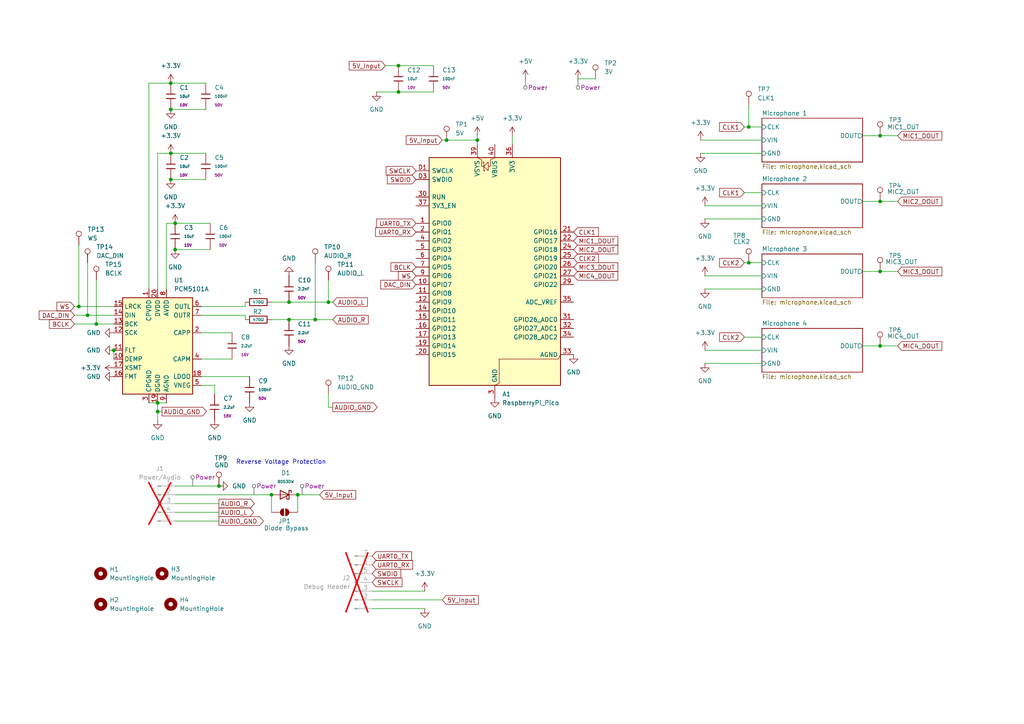
<source format=kicad_sch>
(kicad_sch (version 20250114) (generator "eeschema") (generator_version "9.0")
  (paper "A4")
  (text "Reverse Voltage Protection\n" (at 81.534 134.112 0) (effects (font (size 1.27 1.27))))
  (junction (at 45.72 116.84))
  (junction (at 50.8 72.39))
  (junction (at 217.17 76.2))
  (junction (at 49.53 44.45))
  (junction (at 25.4 91.44))
  (junction (at 255.27 100.33))
  (junction (at 83.82 92.71))
  (junction (at 33.02 101.6))
  (junction (at 78.74 143.51))
  (junction (at 115.57 26.67))
  (junction (at 50.8 64.77))
  (junction (at 115.57 19.05))
  (junction (at 22.86 88.9))
  (junction (at 217.17 36.83))
  (junction (at 86.36 143.51))
  (junction (at 83.82 87.63))
  (junction (at 255.27 39.37))
  (junction (at 95.25 87.63))
  (junction (at 138.43 40.64))
  (junction (at 49.53 24.13))
  (junction (at 255.27 78.74))
  (junction (at 255.27 58.42))
  (junction (at 49.53 52.07))
  (junction (at 63.5 140.97))
  (junction (at 49.53 31.75))
  (junction (at 27.94 93.98))
  (junction (at 45.72 119.38))
  (junction (at 91.44 92.71))
  (junction (at 129.54 40.64))
  (wire (pts (xy 95.25 114.3) (xy 95.25 118.11)))
  (wire (pts (xy 45.72 116.84) (xy 48.26 116.84)))
  (wire (pts (xy 260.35 100.33) (xy 255.27 100.33)))
  (wire (pts (xy 204.47 80.01) (xy 220.98 80.01)))
  (wire (pts (xy 217.17 36.83) (xy 220.98 36.83)))
  (wire (pts (xy 50.8 140.97) (xy 63.5 140.97)))
  (wire (pts (xy 91.44 92.71) (xy 83.82 92.71)))
  (wire (pts (xy 138.43 40.64) (xy 138.43 41.91)))
  (wire (pts (xy 58.42 91.44) (xy 71.12 91.44)))
  (wire (pts (xy 71.12 91.44) (xy 71.12 92.71)))
  (wire (pts (xy 83.82 87.63) (xy 95.25 87.63)))
  (wire (pts (xy 86.36 143.51) (xy 92.71 143.51)))
  (wire (pts (xy 255.27 100.33) (xy 250.19 100.33)))
  (wire (pts (xy 86.36 143.51) (xy 86.36 148.59)))
  (wire (pts (xy 45.72 119.38) (xy 45.72 116.84)))
  (wire (pts (xy 148.59 39.37) (xy 148.59 41.91)))
  (wire (pts (xy 21.59 88.9) (xy 22.86 88.9)))
  (wire (pts (xy 95.25 87.63) (xy 96.52 87.63)))
  (wire (pts (xy 49.53 52.07) (xy 59.69 52.07)))
  (wire (pts (xy 115.57 26.67) (xy 125.73 26.67)))
  (wire (pts (xy 45.72 83.82) (xy 45.72 44.45)))
  (wire (pts (xy 22.86 88.9) (xy 33.02 88.9)))
  (wire (pts (xy 43.18 83.82) (xy 43.18 24.13)))
  (wire (pts (xy 49.53 31.75) (xy 59.69 31.75)))
  (wire (pts (xy 58.42 88.9) (xy 71.12 88.9)))
  (wire (pts (xy 71.12 88.9) (xy 71.12 87.63)))
  (wire (pts (xy 260.35 39.37) (xy 255.27 39.37)))
  (wire (pts (xy 109.22 26.67) (xy 115.57 26.67)))
  (wire (pts (xy 95.25 81.28) (xy 95.25 87.63)))
  (wire (pts (xy 62.23 114.3) (xy 62.23 111.76)))
  (wire (pts (xy 27.94 81.28) (xy 27.94 93.98)))
  (wire (pts (xy 95.25 118.11) (xy 96.52 118.11)))
  (wire (pts (xy 203.2 40.64) (xy 220.98 40.64)))
  (wire (pts (xy 107.95 173.99) (xy 128.27 173.99)))
  (wire (pts (xy 255.27 78.74) (xy 250.19 78.74)))
  (wire (pts (xy 45.72 121.92) (xy 45.72 119.38)))
  (wire (pts (xy 25.4 76.2) (xy 25.4 91.44)))
  (wire (pts (xy 255.27 58.42) (xy 250.19 58.42)))
  (wire (pts (xy 67.31 104.14) (xy 58.42 104.14)))
  (wire (pts (xy 96.52 92.71) (xy 91.44 92.71)))
  (wire (pts (xy 255.27 39.37) (xy 250.19 39.37)))
  (wire (pts (xy 78.74 87.63) (xy 83.82 87.63)))
  (wire (pts (xy 43.18 24.13) (xy 49.53 24.13)))
  (wire (pts (xy 22.86 71.12) (xy 22.86 88.9)))
  (wire (pts (xy 204.47 83.82) (xy 220.98 83.82)))
  (wire (pts (xy 27.94 93.98) (xy 33.02 93.98)))
  (wire (pts (xy 48.26 64.77) (xy 50.8 64.77)))
  (wire (pts (xy 50.8 151.13) (xy 63.5 151.13)))
  (wire (pts (xy 215.9 55.88) (xy 220.98 55.88)))
  (wire (pts (xy 50.8 72.39) (xy 60.96 72.39)))
  (wire (pts (xy 25.4 91.44) (xy 33.02 91.44)))
  (wire (pts (xy 107.95 176.53) (xy 123.19 176.53)))
  (wire (pts (xy 50.8 143.51) (xy 78.74 143.51)))
  (wire (pts (xy 217.17 76.2) (xy 220.98 76.2)))
  (wire (pts (xy 48.26 83.82) (xy 48.26 64.77)))
  (wire (pts (xy 260.35 78.74) (xy 255.27 78.74)))
  (wire (pts (xy 21.59 93.98) (xy 27.94 93.98)))
  (wire (pts (xy 203.2 44.45) (xy 220.98 44.45)))
  (wire (pts (xy 138.43 39.37) (xy 138.43 40.64)))
  (wire (pts (xy 33.02 101.6) (xy 33.02 104.14)))
  (wire (pts (xy 43.18 116.84) (xy 45.72 116.84)))
  (wire (pts (xy 115.57 19.05) (xy 125.73 19.05)))
  (wire (pts (xy 215.9 97.79) (xy 220.98 97.79)))
  (wire (pts (xy 49.53 44.45) (xy 59.69 44.45)))
  (wire (pts (xy 50.8 64.77) (xy 60.96 64.77)))
  (wire (pts (xy 78.74 92.71) (xy 83.82 92.71)))
  (wire (pts (xy 204.47 59.69) (xy 220.98 59.69)))
  (wire (pts (xy 204.47 105.41) (xy 220.98 105.41)))
  (wire (pts (xy 260.35 58.42) (xy 255.27 58.42)))
  (wire (pts (xy 58.42 109.22) (xy 72.39 109.22)))
  (wire (pts (xy 107.95 171.45) (xy 123.19 171.45)))
  (wire (pts (xy 215.9 76.2) (xy 217.17 76.2)))
  (wire (pts (xy 50.8 146.05) (xy 63.5 146.05)))
  (wire (pts (xy 91.44 76.2) (xy 91.44 92.71)))
  (wire (pts (xy 45.72 119.38) (xy 46.99 119.38)))
  (wire (pts (xy 62.23 111.76) (xy 58.42 111.76)))
  (wire (pts (xy 111.76 19.05) (xy 115.57 19.05)))
  (wire (pts (xy 50.8 148.59) (xy 63.5 148.59)))
  (wire (pts (xy 204.47 101.6) (xy 220.98 101.6)))
  (wire (pts (xy 128.27 40.64) (xy 129.54 40.64)))
  (wire (pts (xy 45.72 44.45) (xy 49.53 44.45)))
  (wire (pts (xy 67.31 96.52) (xy 58.42 96.52)))
  (wire (pts (xy 215.9 36.83) (xy 217.17 36.83)))
  (wire (pts (xy 204.47 63.5) (xy 220.98 63.5)))
  (wire (pts (xy 129.54 40.64) (xy 138.43 40.64)))
  (wire (pts (xy 217.17 30.48) (xy 217.17 36.83)))
  (wire (pts (xy 167.64 22.86) (xy 172.72 22.86)))
  (wire (pts (xy 21.59 91.44) (xy 25.4 91.44)))
  (wire (pts (xy 49.53 24.13) (xy 59.69 24.13)))
  (wire (pts (xy 78.74 143.51) (xy 78.74 148.59)))
  (global_label "AUDIO_L" (shape output) (at 63.5 148.59 0) (property "Intersheetrefs" "${INTERSHEET_REFS}" (effects (hide yes))))
  (global_label "AUDIO_GND" (shape output) (at 46.99 119.38 0) (property "Intersheetrefs" "${INTERSHEET_REFS}" (effects (hide yes))))
  (global_label "MIC4_DOUT" (shape input) (at 260.35 100.33 0) (property "Intersheetrefs" "${INTERSHEET_REFS}" (effects (hide yes))))
  (global_label "CLK1" (shape input) (at 215.9 55.88 180) (property "Intersheetrefs" "${INTERSHEET_REFS}" (effects (hide yes))))
  (global_label "5V_Input" (shape input) (at 128.27 40.64 180) (property "Intersheetrefs" "${INTERSHEET_REFS}" (effects (hide yes))))
  (global_label "5V_Input" (shape input) (at 128.27 173.99 0) (property "Intersheetrefs" "${INTERSHEET_REFS}" (effects (hide yes))))
  (global_label "WS" (shape input) (at 21.59 88.9 180) (property "Intersheetrefs" "${INTERSHEET_REFS}" (effects (hide yes))))
  (global_label "SWCLK" (shape input) (at 107.95 168.91 0) (property "Intersheetrefs" "${INTERSHEET_REFS}" (effects (hide yes))))
  (global_label "CLK2" (shape input) (at 215.9 76.2 180) (property "Intersheetrefs" "${INTERSHEET_REFS}" (effects (hide yes))))
  (global_label "SWDIO" (shape input) (at 120.65 52.07 180) (property "Intersheetrefs" "${INTERSHEET_REFS}" (effects (hide yes))))
  (global_label "MIC1_DOUT" (shape input) (at 260.35 39.37 0) (property "Intersheetrefs" "${INTERSHEET_REFS}" (effects (hide yes))))
  (global_label "AUDIO_L" (shape input) (at 96.52 87.63 0) (property "Intersheetrefs" "${INTERSHEET_REFS}" (effects (hide yes))))
  (global_label "UART0_TX" (shape input) (at 107.95 161.29 0) (property "Intersheetrefs" "${INTERSHEET_REFS}" (effects (hide yes))))
  (global_label "MIC1_DOUT" (shape input) (at 166.37 69.85 0) (property "Intersheetrefs" "${INTERSHEET_REFS}" (effects (hide yes))))
  (global_label "BCLK" (shape input) (at 120.65 77.47 180) (property "Intersheetrefs" "${INTERSHEET_REFS}" (effects (hide yes))))
  (global_label "AUDIO_GND" (shape output) (at 63.5 151.13 0) (property "Intersheetrefs" "${INTERSHEET_REFS}" (effects (hide yes))))
  (global_label "MIC2_DOUT" (shape input) (at 260.35 58.42 0) (property "Intersheetrefs" "${INTERSHEET_REFS}" (effects (hide yes))))
  (global_label "5V_Input" (shape input) (at 92.71 143.51 0) (property "Intersheetrefs" "${INTERSHEET_REFS}" (effects (hide yes))))
  (global_label "WS" (shape input) (at 120.65 80.01 180) (property "Intersheetrefs" "${INTERSHEET_REFS}" (effects (hide yes))))
  (global_label "UART0_RX" (shape input) (at 120.65 67.31 180) (property "Intersheetrefs" "${INTERSHEET_REFS}" (effects (hide yes))))
  (global_label "MIC3_DOUT" (shape input) (at 166.37 77.47 0) (property "Intersheetrefs" "${INTERSHEET_REFS}" (effects (hide yes))))
  (global_label "SWCLK" (shape input) (at 120.65 49.53 180) (property "Intersheetrefs" "${INTERSHEET_REFS}" (effects (hide yes))))
  (global_label "CLK1" (shape input) (at 215.9 36.83 180) (property "Intersheetrefs" "${INTERSHEET_REFS}" (effects (hide yes))))
  (global_label "MIC4_DOUT" (shape input) (at 166.37 80.01 0) (property "Intersheetrefs" "${INTERSHEET_REFS}" (effects (hide yes))))
  (global_label "CLK2" (shape input) (at 215.9 97.79 180) (property "Intersheetrefs" "${INTERSHEET_REFS}" (effects (hide yes))))
  (global_label "MIC3_DOUT" (shape input) (at 260.35 78.74 0) (property "Intersheetrefs" "${INTERSHEET_REFS}" (effects (hide yes))))
  (global_label "SWDIO" (shape input) (at 107.95 166.37 0) (property "Intersheetrefs" "${INTERSHEET_REFS}" (effects (hide yes))))
  (global_label "AUDIO_GND" (shape output) (at 96.52 118.11 0) (property "Intersheetrefs" "${INTERSHEET_REFS}" (effects (hide yes))))
  (global_label "CLK2" (shape input) (at 166.37 74.93 0) (property "Intersheetrefs" "${INTERSHEET_REFS}" (effects (hide yes))))
  (global_label "UART0_TX" (shape input) (at 120.65 64.77 180) (property "Intersheetrefs" "${INTERSHEET_REFS}" (effects (hide yes))))
  (global_label "CLK1" (shape input) (at 166.37 67.31 0) (property "Intersheetrefs" "${INTERSHEET_REFS}" (effects (hide yes))))
  (global_label "5V_Input" (shape input) (at 111.76 19.05 180) (property "Intersheetrefs" "${INTERSHEET_REFS}" (effects (hide yes))))
  (global_label "AUDIO_R" (shape input) (at 96.52 92.71 0) (property "Intersheetrefs" "${INTERSHEET_REFS}" (effects (hide yes))))
  (global_label "DAC_DIN" (shape input) (at 21.59 91.44 180) (property "Intersheetrefs" "${INTERSHEET_REFS}" (effects (hide yes))))
  (global_label "BCLK" (shape input) (at 21.59 93.98 180) (property "Intersheetrefs" "${INTERSHEET_REFS}" (effects (hide yes))))
  (global_label "UART0_RX" (shape input) (at 107.95 163.83 0) (property "Intersheetrefs" "${INTERSHEET_REFS}" (effects (hide yes))))
  (global_label "MIC2_DOUT" (shape input) (at 166.37 72.39 0) (property "Intersheetrefs" "${INTERSHEET_REFS}" (effects (hide yes))))
  (global_label "AUDIO_R" (shape output) (at 63.5 146.05 0) (property "Intersheetrefs" "${INTERSHEET_REFS}" (effects (hide yes))))
  (global_label "DAC_DIN" (shape input) (at 120.65 82.55 180) (property "Intersheetrefs" "${INTERSHEET_REFS}" (effects (hide yes))))
  (netclass_flag "" (length 2.54) (shape round) (at 73.66 143.51 0) (property "Netclass" "Power" (at 74.3585 140.97 0) (effects (justify left))))
  (netclass_flag "" (length 2.54) (shape round) (at 167.64 22.86 180) (property "Netclass" "Power" (at 168.3385 25.4 0) (effects (justify left))))
  (netclass_flag "" (length 2.54) (shape round) (at 55.88 140.97 0) (property "Netclass" "Power" (at 56.5785 138.43 0) (effects (justify left))))
  (netclass_flag "" (length 2.54) (shape round) (at 152.4 22.86 180) (property "Netclass" "Power" (at 153.0985 25.4 0) (effects (justify left))))
  (netclass_flag "" (length 2.54) (shape round) (at 87.63 143.51 0) (property "Netclass" "Power" (at 88.3285 140.97 0) (effects (justify left))))
  (symbol (lib_id "Mechanical:MountingHole") (at 29.21 175.26 0) (unit 1) (in_bom no)
    (property "Reference" "H2" (at 31.75 173.9899 0) (effects (justify left)))
    (property "Value" "MountingHole" (at 31.75 176.5299 0) (effects (justify left)))
    (property "Footprint" "MountingHole:MountingHole_3mm" (effects (hide yes)))
    (property "Description" "Mounting Hole without connection" (effects (hide yes)))
  )
  (symbol (lib_id "power:+3.3V") (at 49.53 24.13 0) (unit 1)
    (property "Reference" "#PWR06" (effects (hide yes)))
    (property "Value" "+3.3V" (at 49.53 19.05 0))
    (property "Description" "Power symbol creates a global label with name \"+3.3V\"" (effects (hide yes)))
  )
  (symbol (lib_id "Connector:TestPoint") (at 217.17 76.2 0) (unit 1)
    (property "Reference" "TP8" (at 212.598 68.326 0) (effects (justify left)))
    (property "Value" "CLK2" (at 212.598 70.104 0) (effects (justify left)))
    (property "Footprint" "TestPoint:TestPoint_Pad_D2.0mm" (effects (hide yes)))
    (property "Description" "test point" (effects (hide yes)))
  )
  (symbol (lib_id "power:GND") (at 83.82 100.33 0) (unit 1)
    (property "Reference" "#PWR016" (effects (hide yes)))
    (property "Value" "GND" (at 83.82 105.41 0))
    (property "Description" "Power symbol creates a global label with name \"GND\" , ground" (effects (hide yes)))
  )
  (symbol (lib_id "PCM_JLCPCB-Capacitors:0603,100nF") (at 59.69 27.94 0) (unit 1)
    (property "Reference" "C4" (at 62.23 25.3999 0) (effects (justify left)))
    (property "Value" "100nF" (at 62.23 27.94 0) (effects (font (size 0.8 0.8)) (justify left)))
    (property "Footprint" "PCM_JLCPCB:C_0603" (effects (hide yes)))
    (property "Datasheet" "https://www.lcsc.com/datasheet/lcsc_datasheet_2211101700_YAGEO-CC0603KRX7R9BB104_C14663.pdf" (effects (hide yes)))
    (property "Description" "50V 100nF X7R ±10% 0603 Multilayer Ceramic Capacitors MLCC - SMD/SMT ROHS" (effects (hide yes)))
    (property "LCSC" "C14663" (effects (hide yes)))
    (property "Stock" "70324515" (effects (hide yes)))
    (property "Price" "0.006USD" (effects (hide yes)))
    (property "Process" "SMT" (effects (hide yes)))
    (property "Minimum Qty" "20" (effects (hide yes)))
    (property "Attrition Qty" "10" (effects (hide yes)))
    (property "Class" "Basic Component" (effects (hide yes)))
    (property "Category" "Capacitors,Multilayer Ceramic Capacitors MLCC - SMD/SMT" (effects (hide yes)))
    (property "Manufacturer" "YAGEO" (effects (hide yes)))
    (property "Part" "CC0603KRX7R9BB104" (effects (hide yes)))
    (property "Voltage Rated" "50V" (at 62.23 30.48 0) (effects (font (size 0.8 0.8)) (justify left)))
    (property "Tolerance" "±10%" (effects (hide yes)))
    (property "Capacitance" "100nF" (effects (hide yes)))
    (property "Temperature Coefficient" "X7R" (effects (hide yes)))
  )
  (symbol (lib_id "PCM_JLCPCB-Capacitors:0603,100nF") (at 72.39 113.03 0) (unit 1)
    (property "Reference" "C9" (at 74.93 110.4899 0) (effects (justify left)))
    (property "Value" "100nF" (at 74.93 113.03 0) (effects (font (size 0.8 0.8)) (justify left)))
    (property "Footprint" "PCM_JLCPCB:C_0603" (effects (hide yes)))
    (property "Datasheet" "https://www.lcsc.com/datasheet/lcsc_datasheet_2211101700_YAGEO-CC0603KRX7R9BB104_C14663.pdf" (effects (hide yes)))
    (property "Description" "50V 100nF X7R ±10% 0603 Multilayer Ceramic Capacitors MLCC - SMD/SMT ROHS" (effects (hide yes)))
    (property "LCSC" "C14663" (effects (hide yes)))
    (property "Stock" "70324515" (effects (hide yes)))
    (property "Price" "0.006USD" (effects (hide yes)))
    (property "Process" "SMT" (effects (hide yes)))
    (property "Minimum Qty" "20" (effects (hide yes)))
    (property "Attrition Qty" "10" (effects (hide yes)))
    (property "Class" "Basic Component" (effects (hide yes)))
    (property "Category" "Capacitors,Multilayer Ceramic Capacitors MLCC - SMD/SMT" (effects (hide yes)))
    (property "Manufacturer" "YAGEO" (effects (hide yes)))
    (property "Part" "CC0603KRX7R9BB104" (effects (hide yes)))
    (property "Voltage Rated" "50V" (at 74.93 115.57 0) (effects (font (size 0.8 0.8)) (justify left)))
    (property "Tolerance" "±10%" (effects (hide yes)))
    (property "Capacitance" "100nF" (effects (hide yes)))
    (property "Temperature Coefficient" "X7R" (effects (hide yes)))
  )
  (symbol (lib_id "MCU_Module:RaspberryPi_Pico_Debug") (at 143.51 80.01 0) (unit 1)
    (property "Reference" "A1" (at 145.6533 114.3 0) (effects (justify left)))
    (property "Value" "RaspberryPi_Pico" (at 145.6533 116.84 0) (effects (justify left)))
    (property "Footprint" "Module:RaspberryPi_Pico_SMD_HandSolder" (effects (hide yes)))
    (property "Datasheet" "https://datasheets.raspberrypi.com/pico/pico-datasheet.pdf" (effects (hide yes)))
    (property "Description" "Versatile and inexpensive microcontroller module (with debug pins) powered by RP2040 dual-core Arm Cortex-M0+ processor up to 133 MHz, 264kB SRAM, 2MB QSPI flash; also supports Raspberry Pi Pico 2" (effects (hide yes)))
  )
  (symbol (lib_id "Connector:TestPoint") (at 255.27 39.37 0) (unit 1)
    (property "Reference" "TP3" (at 257.81 34.7979 0) (effects (justify left)))
    (property "Value" "MIC1_OUT" (at 257.302 36.83 0) (effects (justify left)))
    (property "Footprint" "TestPoint:TestPoint_Pad_D2.0mm" (effects (hide yes)))
    (property "Description" "test point" (effects (hide yes)))
  )
  (symbol (lib_id "PCM_JLCPCB-Resistors:0603,470Ω") (at 74.93 87.63 90) (unit 1)
    (property "Reference" "R1" (at 74.676 84.582 90))
    (property "Value" "470Ω" (at 74.93 87.63 90) (effects (font (size 0.8 0.8))))
    (property "Footprint" "PCM_JLCPCB:R_0603" (effects (hide yes)))
    (property "Datasheet" "https://www.lcsc.com/datasheet/lcsc_datasheet_2206010116_UNI-ROYAL-Uniroyal-Elec-0603WAF4700T5E_C23179.pdf" (effects (hide yes)))
    (property "Description" "100mW Thick Film Resistors 75V ±100ppm/°C ±1% 470Ω 0603 Chip Resistor - Surface Mount ROHS" (effects (hide yes)))
    (property "LCSC" "C23179" (effects (hide yes)))
    (property "Stock" "3910258" (effects (hide yes)))
    (property "Price" "0.004USD" (effects (hide yes)))
    (property "Process" "SMT" (effects (hide yes)))
    (property "Minimum Qty" "20" (effects (hide yes)))
    (property "Attrition Qty" "10" (effects (hide yes)))
    (property "Class" "Basic Component" (effects (hide yes)))
    (property "Category" "Resistors,Chip Resistor - Surface Mount" (effects (hide yes)))
    (property "Manufacturer" "UNI-ROYAL(Uniroyal Elec)" (effects (hide yes)))
    (property "Part" "0603WAF4700T5E" (effects (hide yes)))
    (property "Resistance" "470Ω" (effects (hide yes)))
    (property "Power(Watts)" "100mW" (effects (hide yes)))
    (property "Type" "Thick Film Resistors" (effects (hide yes)))
    (property "Overload Voltage (Max)" "75V" (effects (hide yes)))
    (property "Operating Temperature Range" "-55°C~+155°C" (effects (hide yes)))
    (property "Tolerance" "±1%" (effects (hide yes)))
    (property "Temperature Coefficient" "±100ppm/°C" (effects (hide yes)))
  )
  (symbol (lib_id "power:GND") (at 33.02 109.22 270) (unit 1)
    (property "Reference" "#PWR04" (effects (hide yes)))
    (property "Value" "GND" (at 29.21 109.2199 90) (effects (justify right)))
    (property "Description" "Power symbol creates a global label with name \"GND\" , ground" (effects (hide yes)))
  )
  (symbol (lib_id "PCM_JLCPCB-Capacitors:0603,10uF") (at 50.8 68.58 0) (unit 1)
    (property "Reference" "C3" (at 53.34 66.0399 0) (effects (justify left)))
    (property "Value" "10uF" (at 53.34 68.58 0) (effects (font (size 0.8 0.8)) (justify left)))
    (property "Footprint" "PCM_JLCPCB:C_0603" (effects (hide yes)))
    (property "Datasheet" "https://www.lcsc.com/datasheet/lcsc_datasheet_2304140030_Samsung-Electro-Mechanics-CL10A106KP8NNNC_C19702.pdf" (effects (hide yes)))
    (property "Description" "10V 10uF X5R ±10% 0603 Multilayer Ceramic Capacitors MLCC - SMD/SMT ROHS" (effects (hide yes)))
    (property "LCSC" "C19702" (effects (hide yes)))
    (property "Stock" "9881407" (effects (hide yes)))
    (property "Price" "0.009USD" (effects (hide yes)))
    (property "Process" "SMT" (effects (hide yes)))
    (property "Minimum Qty" "20" (effects (hide yes)))
    (property "Attrition Qty" "10" (effects (hide yes)))
    (property "Class" "Basic Component" (effects (hide yes)))
    (property "Category" "Capacitors,Multilayer Ceramic Capacitors MLCC - SMD/SMT" (effects (hide yes)))
    (property "Manufacturer" "Samsung Electro-Mechanics" (effects (hide yes)))
    (property "Part" "CL10A106KP8NNNC" (effects (hide yes)))
    (property "Voltage Rated" "10V" (at 53.34 71.12 0) (effects (font (size 0.8 0.8)) (justify left)))
    (property "Tolerance" "±10%" (effects (hide yes)))
    (property "Capacitance" "10uF" (effects (hide yes)))
    (property "Temperature Coefficient" "X5R" (effects (hide yes)))
  )
  (symbol (lib_id "power:GND") (at 204.47 63.5 0) (unit 1)
    (property "Reference" "#PWR029" (effects (hide yes)))
    (property "Value" "GND" (at 204.47 68.58 0))
    (property "Description" "Power symbol creates a global label with name \"GND\" , ground" (effects (hide yes)))
  )
  (symbol (lib_id "PCM_JLCPCB-Capacitors:0603,100nF") (at 59.69 48.26 0) (unit 1)
    (property "Reference" "C5" (at 62.23 45.7199 0) (effects (justify left)))
    (property "Value" "100nF" (at 62.23 48.26 0) (effects (font (size 0.8 0.8)) (justify left)))
    (property "Footprint" "PCM_JLCPCB:C_0603" (effects (hide yes)))
    (property "Datasheet" "https://www.lcsc.com/datasheet/lcsc_datasheet_2211101700_YAGEO-CC0603KRX7R9BB104_C14663.pdf" (effects (hide yes)))
    (property "Description" "50V 100nF X7R ±10% 0603 Multilayer Ceramic Capacitors MLCC - SMD/SMT ROHS" (effects (hide yes)))
    (property "LCSC" "C14663" (effects (hide yes)))
    (property "Stock" "70324515" (effects (hide yes)))
    (property "Price" "0.006USD" (effects (hide yes)))
    (property "Process" "SMT" (effects (hide yes)))
    (property "Minimum Qty" "20" (effects (hide yes)))
    (property "Attrition Qty" "10" (effects (hide yes)))
    (property "Class" "Basic Component" (effects (hide yes)))
    (property "Category" "Capacitors,Multilayer Ceramic Capacitors MLCC - SMD/SMT" (effects (hide yes)))
    (property "Manufacturer" "YAGEO" (effects (hide yes)))
    (property "Part" "CC0603KRX7R9BB104" (effects (hide yes)))
    (property "Voltage Rated" "50V" (at 62.23 50.8 0) (effects (font (size 0.8 0.8)) (justify left)))
    (property "Tolerance" "±10%" (effects (hide yes)))
    (property "Capacitance" "100nF" (effects (hide yes)))
    (property "Temperature Coefficient" "X7R" (effects (hide yes)))
  )
  (symbol (lib_id "PCM_JLCPCB-Diodes:Schottky,B0530W") (at 82.55 143.51 90) (unit 1)
    (property "Reference" "D1" (at 82.8675 137.16 90))
    (property "Value" "B0530W" (at 82.8675 139.7 90) (effects (font (size 0.8 0.8))))
    (property "Footprint" "PCM_JLCPCB:D_SOD-123" (effects (hide yes)))
    (property "Datasheet" "https://wmsc.lcsc.com/wmsc/upload/file/pdf/v2/lcsc/2401290450_hongjiacheng-B0530W_C7502708.pdf" (effects (hide yes)))
    (property "Description" "30V Independent Type 500mA 430mV@500mA SOD-123 Schottky Diodes ROHS" (effects (hide yes)))
    (property "LCSC" "C7502708" (effects (hide yes)))
    (property "Stock" "46260" (effects (hide yes)))
    (property "Price" "0.019USD" (effects (hide yes)))
    (property "Process" "SMT" (effects (hide yes)))
    (property "Minimum Qty" "15" (effects (hide yes)))
    (property "Attrition Qty" "4" (effects (hide yes)))
    (property "Class" "Preferred Component" (effects (hide yes)))
    (property "Category" "Diodes,Schottky Barrier Diodes (SBD)" (effects (hide yes)))
    (property "Manufacturer" "hongjiacheng" (effects (hide yes)))
    (property "Part" "B0530W" (effects (hide yes)))
  )
  (symbol (lib_id "PCM_JLCPCB-Capacitors:0603,2.2nF") (at 83.82 83.82 0) (unit 1)
    (property "Reference" "C10" (at 86.36 81.2799 0) (effects (justify left)))
    (property "Value" "2.2nF" (at 86.36 83.82 0) (effects (font (size 0.8 0.8)) (justify left)))
    (property "Footprint" "PCM_JLCPCB:C_0603" (effects (hide yes)))
    (property "Datasheet" "https://www.lcsc.com/datasheet/lcsc_datasheet_2304140030_FH--Guangdong-Fenghua-Advanced-Tech-0603B222K500NT_C1604.pdf" (effects (hide yes)))
    (property "Description" "50V 2.2nF X7R ±10% 0603 Multilayer Ceramic Capacitors MLCC - SMD/SMT ROHS" (effects (hide yes)))
    (property "LCSC" "C1604" (effects (hide yes)))
    (property "Stock" "619350" (effects (hide yes)))
    (property "Price" "0.006USD" (effects (hide yes)))
    (property "Process" "SMT" (effects (hide yes)))
    (property "Minimum Qty" "20" (effects (hide yes)))
    (property "Attrition Qty" "10" (effects (hide yes)))
    (property "Class" "Basic Component" (effects (hide yes)))
    (property "Category" "Capacitors,Multilayer Ceramic Capacitors MLCC - SMD/SMT" (effects (hide yes)))
    (property "Manufacturer" "FH(Guangdong Fenghua Advanced Tech)" (effects (hide yes)))
    (property "Part" "0603B222K500NT" (effects (hide yes)))
    (property "Voltage Rated" "50V" (at 86.36 86.36 0) (effects (font (size 0.8 0.8)) (justify left)))
    (property "Tolerance" "±10%" (effects (hide yes)))
    (property "Capacitance" "2.2nF" (effects (hide yes)))
    (property "Temperature Coefficient" "X7R" (effects (hide yes)))
  )
  (symbol (lib_id "Connector:TestPoint") (at 95.25 114.3 0) (unit 1)
    (property "Reference" "TP12" (at 97.79 109.7279 0) (effects (justify left)))
    (property "Value" "AUDIO_GND" (at 97.79 112.2679 0) (effects (justify left)))
    (property "Footprint" "TestPoint:TestPoint_Pad_D2.0mm" (effects (hide yes)))
    (property "Description" "test point" (effects (hide yes)))
  )
  (symbol (lib_id "Connector:TestPoint") (at 91.44 76.2 0) (unit 1)
    (property "Reference" "TP10" (at 93.98 71.6279 0) (effects (justify left)))
    (property "Value" "AUDIO_R" (at 93.98 74.1679 0) (effects (justify left)))
    (property "Footprint" "TestPoint:TestPoint_Pad_D2.0mm" (effects (hide yes)))
    (property "Description" "test point" (effects (hide yes)))
  )
  (symbol (lib_id "power:+3.3V") (at 204.47 80.01 0) (unit 1)
    (property "Reference" "#PWR030" (effects (hide yes)))
    (property "Value" "+3.3V" (at 204.47 74.93 0))
    (property "Description" "Power symbol creates a global label with name \"+3.3V\"" (effects (hide yes)))
  )
  (symbol (lib_id "Jumper:SolderJumper_2_Open") (at 82.55 148.59 0) (unit 1) (in_bom no)
    (property "Reference" "JP1" (at 82.55 151.13 0))
    (property "Value" "Diode Bypass" (at 83.058 153.162 0))
    (property "Footprint" "Jumper:SolderJumper-2_P1.3mm_Open_RoundedPad1.0x1.5mm" (effects (hide yes)))
    (property "Description" "Solder Jumper, 2-pole, open" (effects (hide yes)))
  )
  (symbol (lib_id "Connector:TestPoint") (at 95.25 81.28 0) (unit 1)
    (property "Reference" "TP11" (at 97.79 76.7079 0) (effects (justify left)))
    (property "Value" "AUDIO_L" (at 97.79 79.2479 0) (effects (justify left)))
    (property "Footprint" "TestPoint:TestPoint_Pad_D2.0mm" (effects (hide yes)))
    (property "Description" "test point" (effects (hide yes)))
  )
  (symbol (lib_id "power:GND") (at 49.53 31.75 0) (unit 1)
    (property "Reference" "#PWR07" (effects (hide yes)))
    (property "Value" "GND" (at 49.53 36.83 0))
    (property "Description" "Power symbol creates a global label with name \"GND\" , ground" (effects (hide yes)))
  )
  (symbol (lib_id "power:GND") (at 72.39 116.84 0) (unit 1)
    (property "Reference" "#PWR014" (effects (hide yes)))
    (property "Value" "GND" (at 72.39 121.92 0))
    (property "Description" "Power symbol creates a global label with name \"GND\" , ground" (effects (hide yes)))
  )
  (symbol (lib_id "Connector:TestPoint") (at 255.27 58.42 0) (unit 1)
    (property "Reference" "TP4" (at 257.81 53.8479 0) (effects (justify left)))
    (property "Value" "MIC2_OUT" (at 257.302 55.626 0) (effects (justify left)))
    (property "Footprint" "TestPoint:TestPoint_Pad_D2.0mm" (effects (hide yes)))
    (property "Description" "test point" (effects (hide yes)))
  )
  (symbol (lib_id "power:GND") (at 33.02 101.6 270) (unit 1)
    (property "Reference" "#PWR02" (effects (hide yes)))
    (property "Value" "GND" (at 29.21 101.5999 90) (effects (justify right)))
    (property "Description" "Power symbol creates a global label with name \"GND\" , ground" (effects (hide yes)))
  )
  (symbol (lib_id "PCM_JLCPCB-Capacitors:0603,100nF") (at 125.73 22.86 0) (unit 1)
    (property "Reference" "C13" (at 128.27 20.3199 0) (effects (justify left)))
    (property "Value" "100nF" (at 128.27 22.86 0) (effects (font (size 0.8 0.8)) (justify left)))
    (property "Footprint" "PCM_JLCPCB:C_0603" (effects (hide yes)))
    (property "Datasheet" "https://www.lcsc.com/datasheet/lcsc_datasheet_2211101700_YAGEO-CC0603KRX7R9BB104_C14663.pdf" (effects (hide yes)))
    (property "Description" "50V 100nF X7R ±10% 0603 Multilayer Ceramic Capacitors MLCC - SMD/SMT ROHS" (effects (hide yes)))
    (property "LCSC" "C14663" (effects (hide yes)))
    (property "Stock" "70324515" (effects (hide yes)))
    (property "Price" "0.006USD" (effects (hide yes)))
    (property "Process" "SMT" (effects (hide yes)))
    (property "Minimum Qty" "20" (effects (hide yes)))
    (property "Attrition Qty" "10" (effects (hide yes)))
    (property "Class" "Basic Component" (effects (hide yes)))
    (property "Category" "Capacitors,Multilayer Ceramic Capacitors MLCC - SMD/SMT" (effects (hide yes)))
    (property "Manufacturer" "YAGEO" (effects (hide yes)))
    (property "Part" "CC0603KRX7R9BB104" (effects (hide yes)))
    (property "Voltage Rated" "50V" (at 128.27 25.4 0) (effects (font (size 0.8 0.8)) (justify left)))
    (property "Tolerance" "±10%" (effects (hide yes)))
    (property "Capacitance" "100nF" (effects (hide yes)))
    (property "Temperature Coefficient" "X7R" (effects (hide yes)))
  )
  (symbol (lib_id "power:GND") (at 143.51 115.57 0) (unit 1)
    (property "Reference" "#PWR021" (effects (hide yes)))
    (property "Value" "GND" (at 143.51 120.65 0))
    (property "Description" "Power symbol creates a global label with name \"GND\" , ground" (effects (hide yes)))
  )
  (symbol (lib_id "power:GND") (at 203.2 44.45 0) (unit 1)
    (property "Reference" "#PWR027" (effects (hide yes)))
    (property "Value" "GND" (at 203.2 49.53 0))
    (property "Description" "Power symbol creates a global label with name \"GND\" , ground" (effects (hide yes)))
  )
  (symbol (lib_id "power:GND") (at 83.82 80.01 180) (unit 1)
    (property "Reference" "#PWR015" (effects (hide yes)))
    (property "Value" "GND" (at 83.82 74.93 0))
    (property "Description" "Power symbol creates a global label with name \"GND\" , ground" (effects (hide yes)))
  )
  (symbol (lib_id "Connector:TestPoint") (at 129.54 40.64 0) (unit 1)
    (property "Reference" "TP1" (at 132.08 36.0679 0) (effects (justify left)))
    (property "Value" "5V" (at 132.08 38.6079 0) (effects (justify left)))
    (property "Footprint" "TestPoint:TestPoint_Pad_D2.0mm" (effects (hide yes)))
    (property "Description" "test point" (effects (hide yes)))
  )
  (symbol (lib_id "PCM_JLCPCB-Capacitors:0603,10uF") (at 49.53 27.94 0) (unit 1)
    (property "Reference" "C1" (at 52.07 25.3999 0) (effects (justify left)))
    (property "Value" "10uF" (at 52.07 27.94 0) (effects (font (size 0.8 0.8)) (justify left)))
    (property "Footprint" "PCM_JLCPCB:C_0603" (effects (hide yes)))
    (property "Datasheet" "https://www.lcsc.com/datasheet/lcsc_datasheet_2304140030_Samsung-Electro-Mechanics-CL10A106KP8NNNC_C19702.pdf" (effects (hide yes)))
    (property "Description" "10V 10uF X5R ±10% 0603 Multilayer Ceramic Capacitors MLCC - SMD/SMT ROHS" (effects (hide yes)))
    (property "LCSC" "C19702" (effects (hide yes)))
    (property "Stock" "9881407" (effects (hide yes)))
    (property "Price" "0.009USD" (effects (hide yes)))
    (property "Process" "SMT" (effects (hide yes)))
    (property "Minimum Qty" "20" (effects (hide yes)))
    (property "Attrition Qty" "10" (effects (hide yes)))
    (property "Class" "Basic Component" (effects (hide yes)))
    (property "Category" "Capacitors,Multilayer Ceramic Capacitors MLCC - SMD/SMT" (effects (hide yes)))
    (property "Manufacturer" "Samsung Electro-Mechanics" (effects (hide yes)))
    (property "Part" "CL10A106KP8NNNC" (effects (hide yes)))
    (property "Voltage Rated" "10V" (at 52.07 30.48 0) (effects (font (size 0.8 0.8)) (justify left)))
    (property "Tolerance" "±10%" (effects (hide yes)))
    (property "Capacitance" "10uF" (effects (hide yes)))
    (property "Temperature Coefficient" "X5R" (effects (hide yes)))
  )
  (symbol (lib_id "power:GND") (at 123.19 176.53 0) (unit 1)
    (property "Reference" "#PWR019" (effects (hide yes)))
    (property "Value" "GND" (at 123.19 181.61 0))
    (property "Description" "Power symbol creates a global label with name \"GND\" , ground" (effects (hide yes)))
  )
  (symbol (lib_id "power:GND") (at 33.02 96.52 270) (unit 1)
    (property "Reference" "#PWR01" (effects (hide yes)))
    (property "Value" "GND" (at 29.21 96.5199 90) (effects (justify right)))
    (property "Description" "Power symbol creates a global label with name \"GND\" , ground" (effects (hide yes)))
  )
  (symbol (lib_id "Connector:TestPoint") (at 217.17 30.48 0) (unit 1)
    (property "Reference" "TP7" (at 219.71 25.9079 0) (effects (justify left)))
    (property "Value" "CLK1" (at 219.71 28.4479 0) (effects (justify left)))
    (property "Footprint" "TestPoint:TestPoint_Pad_D2.0mm" (effects (hide yes)))
    (property "Description" "test point" (effects (hide yes)))
  )
  (symbol (lib_id "power:+3.3V") (at 33.02 106.68 90) (unit 1)
    (property "Reference" "#PWR03" (effects (hide yes)))
    (property "Value" "+3.3V" (at 29.21 106.6799 90) (effects (justify left)))
    (property "Description" "Power symbol creates a global label with name \"+3.3V\"" (effects (hide yes)))
  )
  (symbol (lib_id "Connector:Conn_01x05_Pin") (at 45.72 146.05 0) (unit 1) (dnp yes)
    (property "Reference" "J1" (at 46.355 135.89 0))
    (property "Value" "Power/Audio" (at 46.355 138.43 0))
    (property "Footprint" "Connector_PinHeader_2.54mm:PinHeader_1x05_P2.54mm_Vertical" (effects (hide yes)))
    (property "Description" "Generic connector, single row, 01x05, script generated" (effects (hide yes)))
  )
  (symbol (lib_id "Mechanical:MountingHole") (at 46.99 166.37 0) (unit 1) (in_bom no)
    (property "Reference" "H3" (at 49.53 165.0999 0) (effects (justify left)))
    (property "Value" "MountingHole" (at 49.53 167.6399 0) (effects (justify left)))
    (property "Footprint" "MountingHole:MountingHole_3mm" (effects (hide yes)))
    (property "Description" "Mounting Hole without connection" (effects (hide yes)))
  )
  (symbol (lib_id "power:+3.3V") (at 204.47 59.69 0) (unit 1)
    (property "Reference" "#PWR028" (effects (hide yes)))
    (property "Value" "+3.3V" (at 204.47 54.61 0))
    (property "Description" "Power symbol creates a global label with name \"+3.3V\"" (effects (hide yes)))
  )
  (symbol (lib_id "Mechanical:MountingHole") (at 29.21 166.37 0) (unit 1) (in_bom no)
    (property "Reference" "H1" (at 31.75 165.0999 0) (effects (justify left)))
    (property "Value" "MountingHole" (at 31.75 167.6399 0) (effects (justify left)))
    (property "Footprint" "MountingHole:MountingHole_3mm" (effects (hide yes)))
    (property "Description" "Mounting Hole without connection" (effects (hide yes)))
  )
  (symbol (lib_id "power:GND") (at 109.22 26.67 0) (unit 1)
    (property "Reference" "#PWR017" (effects (hide yes)))
    (property "Value" "GND" (at 109.22 31.75 0))
    (property "Description" "Power symbol creates a global label with name \"GND\" , ground" (effects (hide yes)))
  )
  (symbol (lib_id "power:GND") (at 49.53 52.07 0) (unit 1)
    (property "Reference" "#PWR09" (effects (hide yes)))
    (property "Value" "GND" (at 49.53 57.15 0))
    (property "Description" "Power symbol creates a global label with name \"GND\" , ground" (effects (hide yes)))
  )
  (symbol (lib_id "Connector:TestPoint") (at 255.27 100.33 0) (unit 1)
    (property "Reference" "TP6" (at 257.81 95.7579 0) (effects (justify left)))
    (property "Value" "MIC4_OUT" (at 257.302 97.536 0) (effects (justify left)))
    (property "Footprint" "TestPoint:TestPoint_Pad_D2.0mm" (effects (hide yes)))
    (property "Description" "test point" (effects (hide yes)))
  )
  (symbol (lib_id "power:+5V") (at 138.43 39.37 0) (unit 1)
    (property "Reference" "#PWR020" (effects (hide yes)))
    (property "Value" "+5V" (at 138.43 34.29 0))
    (property "Description" "Power symbol creates a global label with name \"+5V\"" (effects (hide yes)))
  )
  (symbol (lib_id "power:GND") (at 204.47 83.82 0) (unit 1)
    (property "Reference" "#PWR031" (effects (hide yes)))
    (property "Value" "GND" (at 204.47 88.9 0))
    (property "Description" "Power symbol creates a global label with name \"GND\" , ground" (effects (hide yes)))
  )
  (symbol (lib_id "PCM_JLCPCB-Capacitors:0603,10uF") (at 115.57 22.86 0) (unit 1)
    (property "Reference" "C12" (at 118.11 20.3199 0) (effects (justify left)))
    (property "Value" "10uF" (at 118.11 22.86 0) (effects (font (size 0.8 0.8)) (justify left)))
    (property "Footprint" "PCM_JLCPCB:C_0603" (effects (hide yes)))
    (property "Datasheet" "https://www.lcsc.com/datasheet/lcsc_datasheet_2304140030_Samsung-Electro-Mechanics-CL10A106KP8NNNC_C19702.pdf" (effects (hide yes)))
    (property "Description" "10V 10uF X5R ±10% 0603 Multilayer Ceramic Capacitors MLCC - SMD/SMT ROHS" (effects (hide yes)))
    (property "LCSC" "C19702" (effects (hide yes)))
    (property "Stock" "9881407" (effects (hide yes)))
    (property "Price" "0.009USD" (effects (hide yes)))
    (property "Process" "SMT" (effects (hide yes)))
    (property "Minimum Qty" "20" (effects (hide yes)))
    (property "Attrition Qty" "10" (effects (hide yes)))
    (property "Class" "Basic Component" (effects (hide yes)))
    (property "Category" "Capacitors,Multilayer Ceramic Capacitors MLCC - SMD/SMT" (effects (hide yes)))
    (property "Manufacturer" "Samsung Electro-Mechanics" (effects (hide yes)))
    (property "Part" "CL10A106KP8NNNC" (effects (hide yes)))
    (property "Voltage Rated" "10V" (at 118.11 25.4 0) (effects (font (size 0.8 0.8)) (justify left)))
    (property "Tolerance" "±10%" (effects (hide yes)))
    (property "Capacitance" "10uF" (effects (hide yes)))
    (property "Temperature Coefficient" "X5R" (effects (hide yes)))
  )
  (symbol (lib_id "power:+3.3V") (at 50.8 64.77 0) (unit 1)
    (property "Reference" "#PWR010" (effects (hide yes)))
    (property "Value" "+3.3V" (at 50.8 59.69 0))
    (property "Description" "Power symbol creates a global label with name \"+3.3V\"" (effects (hide yes)))
  )
  (symbol (lib_id "PCM_JLCPCB-Capacitors:0603,100nF") (at 60.96 68.58 0) (unit 1)
    (property "Reference" "C6" (at 63.5 66.0399 0) (effects (justify left)))
    (property "Value" "100nF" (at 63.5 68.58 0) (effects (font (size 0.8 0.8)) (justify left)))
    (property "Footprint" "PCM_JLCPCB:C_0603" (effects (hide yes)))
    (property "Datasheet" "https://www.lcsc.com/datasheet/lcsc_datasheet_2211101700_YAGEO-CC0603KRX7R9BB104_C14663.pdf" (effects (hide yes)))
    (property "Description" "50V 100nF X7R ±10% 0603 Multilayer Ceramic Capacitors MLCC - SMD/SMT ROHS" (effects (hide yes)))
    (property "LCSC" "C14663" (effects (hide yes)))
    (property "Stock" "70324515" (effects (hide yes)))
    (property "Price" "0.006USD" (effects (hide yes)))
    (property "Process" "SMT" (effects (hide yes)))
    (property "Minimum Qty" "20" (effects (hide yes)))
    (property "Attrition Qty" "10" (effects (hide yes)))
    (property "Class" "Basic Component" (effects (hide yes)))
    (property "Category" "Capacitors,Multilayer Ceramic Capacitors MLCC - SMD/SMT" (effects (hide yes)))
    (property "Manufacturer" "YAGEO" (effects (hide yes)))
    (property "Part" "CC0603KRX7R9BB104" (effects (hide yes)))
    (property "Voltage Rated" "50V" (at 63.5 71.12 0) (effects (font (size 0.8 0.8)) (justify left)))
    (property "Tolerance" "±10%" (effects (hide yes)))
    (property "Capacitance" "100nF" (effects (hide yes)))
    (property "Temperature Coefficient" "X7R" (effects (hide yes)))
  )
  (symbol (lib_id "PCM_JLCPCB-Resistors:0603,470Ω") (at 74.93 92.71 90) (unit 1)
    (property "Reference" "R2" (at 74.676 90.424 90))
    (property "Value" "470Ω" (at 74.93 92.71 90) (effects (font (size 0.8 0.8))))
    (property "Footprint" "PCM_JLCPCB:R_0603" (effects (hide yes)))
    (property "Datasheet" "https://www.lcsc.com/datasheet/lcsc_datasheet_2206010116_UNI-ROYAL-Uniroyal-Elec-0603WAF4700T5E_C23179.pdf" (effects (hide yes)))
    (property "Description" "100mW Thick Film Resistors 75V ±100ppm/°C ±1% 470Ω 0603 Chip Resistor - Surface Mount ROHS" (effects (hide yes)))
    (property "LCSC" "C23179" (effects (hide yes)))
    (property "Stock" "3910258" (effects (hide yes)))
    (property "Price" "0.004USD" (effects (hide yes)))
    (property "Process" "SMT" (effects (hide yes)))
    (property "Minimum Qty" "20" (effects (hide yes)))
    (property "Attrition Qty" "10" (effects (hide yes)))
    (property "Class" "Basic Component" (effects (hide yes)))
    (property "Category" "Resistors,Chip Resistor - Surface Mount" (effects (hide yes)))
    (property "Manufacturer" "UNI-ROYAL(Uniroyal Elec)" (effects (hide yes)))
    (property "Part" "0603WAF4700T5E" (effects (hide yes)))
    (property "Resistance" "470Ω" (effects (hide yes)))
    (property "Power(Watts)" "100mW" (effects (hide yes)))
    (property "Type" "Thick Film Resistors" (effects (hide yes)))
    (property "Overload Voltage (Max)" "75V" (effects (hide yes)))
    (property "Operating Temperature Range" "-55°C~+155°C" (effects (hide yes)))
    (property "Tolerance" "±1%" (effects (hide yes)))
    (property "Temperature Coefficient" "±100ppm/°C" (effects (hide yes)))
  )
  (symbol (lib_id "Connector:TestPoint") (at 172.72 22.86 0) (unit 1)
    (property "Reference" "TP2" (at 175.26 18.2879 0) (effects (justify left)))
    (property "Value" "3V" (at 175.26 20.8279 0) (effects (justify left)))
    (property "Footprint" "TestPoint:TestPoint_Pad_D2.0mm" (effects (hide yes)))
    (property "Description" "test point" (effects (hide yes)))
  )
  (symbol (lib_id "power:GND") (at 204.47 105.41 0) (unit 1)
    (property "Reference" "#PWR033" (effects (hide yes)))
    (property "Value" "GND" (at 204.47 110.49 0))
    (property "Description" "Power symbol creates a global label with name \"GND\" , ground" (effects (hide yes)))
  )
  (symbol (lib_id "power:+3.3V") (at 203.2 40.64 0) (unit 1)
    (property "Reference" "#PWR026" (effects (hide yes)))
    (property "Value" "+3.3V" (at 203.2 35.56 0))
    (property "Description" "Power symbol creates a global label with name \"+3.3V\"" (effects (hide yes)))
  )
  (symbol (lib_id "Connector:Conn_01x07_Pin") (at 102.87 168.91 0) (mirror x) (unit 1) (dnp yes)
    (property "Reference" "J2" (at 101.6 167.6399 0) (effects (justify right)))
    (property "Value" "Debug Header" (at 101.6 170.1799 0) (effects (justify right)))
    (property "Footprint" "Connector_PinHeader_2.54mm:PinHeader_1x07_P2.54mm_Vertical" (effects (hide yes)))
    (property "Description" "Generic connector, single row, 01x07, script generated" (effects (hide yes)))
  )
  (symbol (lib_id "power:+3.3V") (at 204.47 101.6 0) (unit 1)
    (property "Reference" "#PWR032" (effects (hide yes)))
    (property "Value" "+3.3V" (at 204.47 96.52 0))
    (property "Description" "Power symbol creates a global label with name \"+3.3V\"" (effects (hide yes)))
  )
  (symbol (lib_id "power:GND") (at 166.37 102.87 0) (unit 1)
    (property "Reference" "#PWR024" (effects (hide yes)))
    (property "Value" "GND" (at 166.37 107.95 0))
    (property "Description" "Power symbol creates a global label with name \"GND\" , ground" (effects (hide yes)))
  )
  (symbol (lib_id "power:+3.3V") (at 148.59 39.37 0) (unit 1)
    (property "Reference" "#PWR022" (effects (hide yes)))
    (property "Value" "+3.3V" (at 148.59 34.29 0))
    (property "Description" "Power symbol creates a global label with name \"+3.3V\"" (effects (hide yes)))
  )
  (symbol (lib_id "power:GND") (at 63.5 140.97 90) (unit 1)
    (property "Reference" "#PWR013" (effects (hide yes)))
    (property "Value" "GND" (at 67.31 140.9699 90) (effects (justify right)))
    (property "Description" "Power symbol creates a global label with name \"GND\" , ground" (effects (hide yes)))
  )
  (symbol (lib_id "Audio:PCM5101A") (at 45.72 99.06 0) (unit 1)
    (property "Reference" "U1" (at 50.4541 81.28 0) (effects (justify left)))
    (property "Value" "PCM5101A" (at 50.4541 83.82 0) (effects (justify left)))
    (property "Footprint" "Package_SO:TSSOP-20_4.4x6.5mm_P0.65mm" (effects (hide yes)))
    (property "Datasheet" "https://www.ti.com/lit/ds/symlink/pcm5101a.pdf" (effects (hide yes)))
    (property "Description" "2.1 VRMS, 106dB Audio Stereo DAC with PLL and 32-bit, 384kHz PCM Interface, TSSOP-20" (effects (hide yes)))
    (property "LCSC Part #" "C1540128" (effects (hide yes)))
  )
  (symbol (lib_id "Connector:TestPoint") (at 255.27 78.74 0) (unit 1)
    (property "Reference" "TP5" (at 257.81 74.1679 0) (effects (justify left)))
    (property "Value" "MIC3_OUT" (at 256.794 75.946 0) (effects (justify left)))
    (property "Footprint" "TestPoint:TestPoint_Pad_D2.0mm" (effects (hide yes)))
    (property "Description" "test point" (effects (hide yes)))
  )
  (symbol (lib_id "PCM_JLCPCB-Capacitors:0603,2.2uF") (at 62.23 118.11 0) (unit 1)
    (property "Reference" "C7" (at 64.77 115.5699 0) (effects (justify left)))
    (property "Value" "2.2uF" (at 64.77 118.11 0) (effects (font (size 0.8 0.8)) (justify left)))
    (property "Footprint" "PCM_JLCPCB:C_0603" (effects (hide yes)))
    (property "Datasheet" "https://www.lcsc.com/datasheet/lcsc_datasheet_2304140030_Samsung-Electro-Mechanics-CL10A225KO8NNNC_C23630.pdf" (effects (hide yes)))
    (property "Description" "16V 2.2uF X5R ±10% 0603 Multilayer Ceramic Capacitors MLCC - SMD/SMT ROHS" (effects (hide yes)))
    (property "LCSC" "C23630" (effects (hide yes)))
    (property "Stock" "2585089" (effects (hide yes)))
    (property "Price" "0.009USD" (effects (hide yes)))
    (property "Process" "SMT" (effects (hide yes)))
    (property "Minimum Qty" "20" (effects (hide yes)))
    (property "Attrition Qty" "10" (effects (hide yes)))
    (property "Class" "Basic Component" (effects (hide yes)))
    (property "Category" "Capacitors,Multilayer Ceramic Capacitors MLCC - SMD/SMT" (effects (hide yes)))
    (property "Manufacturer" "Samsung Electro-Mechanics" (effects (hide yes)))
    (property "Part" "CL10A225KO8NNNC" (effects (hide yes)))
    (property "Voltage Rated" "16V" (at 64.77 120.65 0) (effects (font (size 0.8 0.8)) (justify left)))
    (property "Tolerance" "±10%" (effects (hide yes)))
    (property "Capacitance" "2.2uF" (effects (hide yes)))
    (property "Temperature Coefficient" "X5R" (effects (hide yes)))
  )
  (symbol (lib_id "PCM_JLCPCB-Capacitors:0603,10uF") (at 49.53 48.26 0) (unit 1)
    (property "Reference" "C2" (at 52.07 45.7199 0) (effects (justify left)))
    (property "Value" "10uF" (at 52.07 48.26 0) (effects (font (size 0.8 0.8)) (justify left)))
    (property "Footprint" "PCM_JLCPCB:C_0603" (effects (hide yes)))
    (property "Datasheet" "https://www.lcsc.com/datasheet/lcsc_datasheet_2304140030_Samsung-Electro-Mechanics-CL10A106KP8NNNC_C19702.pdf" (effects (hide yes)))
    (property "Description" "10V 10uF X5R ±10% 0603 Multilayer Ceramic Capacitors MLCC - SMD/SMT ROHS" (effects (hide yes)))
    (property "LCSC" "C19702" (effects (hide yes)))
    (property "Stock" "9881407" (effects (hide yes)))
    (property "Price" "0.009USD" (effects (hide yes)))
    (property "Process" "SMT" (effects (hide yes)))
    (property "Minimum Qty" "20" (effects (hide yes)))
    (property "Attrition Qty" "10" (effects (hide yes)))
    (property "Class" "Basic Component" (effects (hide yes)))
    (property "Category" "Capacitors,Multilayer Ceramic Capacitors MLCC - SMD/SMT" (effects (hide yes)))
    (property "Manufacturer" "Samsung Electro-Mechanics" (effects (hide yes)))
    (property "Part" "CL10A106KP8NNNC" (effects (hide yes)))
    (property "Voltage Rated" "10V" (at 52.07 50.8 0) (effects (font (size 0.8 0.8)) (justify left)))
    (property "Tolerance" "±10%" (effects (hide yes)))
    (property "Capacitance" "10uF" (effects (hide yes)))
    (property "Temperature Coefficient" "X5R" (effects (hide yes)))
  )
  (symbol (lib_id "power:GND") (at 50.8 72.39 0) (unit 1)
    (property "Reference" "#PWR011" (effects (hide yes)))
    (property "Value" "GND" (at 50.8 77.47 0))
    (property "Description" "Power symbol creates a global label with name \"GND\" , ground" (effects (hide yes)))
  )
  (symbol (lib_id "Connector:TestPoint") (at 25.4 76.2 0) (unit 1)
    (property "Reference" "TP14" (at 27.94 71.6279 0) (effects (justify left)))
    (property "Value" "DAC_DIN" (at 27.94 74.1679 0) (effects (justify left)))
    (property "Footprint" "TestPoint:TestPoint_Pad_D2.0mm" (effects (hide yes)))
    (property "Description" "test point" (effects (hide yes)))
  )
  (symbol (lib_id "Connector:TestPoint") (at 63.5 140.97 0) (unit 1)
    (property "Reference" "TP9" (at 62.23 132.842 0) (effects (justify left)))
    (property "Value" "GND" (at 62.23 134.874 0) (effects (justify left)))
    (property "Footprint" "TestPoint:TestPoint_Pad_D2.0mm" (effects (hide yes)))
    (property "Description" "test point" (effects (hide yes)))
  )
  (symbol (lib_id "power:+3.3V") (at 167.64 22.86 0) (unit 1)
    (property "Reference" "#PWR025" (effects (hide yes)))
    (property "Value" "+3.3V" (at 167.64 17.78 0))
    (property "Description" "Power symbol creates a global label with name \"+3.3V\"" (effects (hide yes)))
  )
  (symbol (lib_id "power:+3.3V") (at 123.19 171.45 0) (unit 1)
    (property "Reference" "#PWR018" (effects (hide yes)))
    (property "Value" "+3.3V" (at 123.19 166.37 0))
    (property "Description" "Power symbol creates a global label with name \"+3.3V\"" (effects (hide yes)))
  )
  (symbol (lib_id "power:+3.3V") (at 49.53 44.45 0) (unit 1)
    (property "Reference" "#PWR08" (effects (hide yes)))
    (property "Value" "+3.3V" (at 49.53 39.37 0))
    (property "Description" "Power symbol creates a global label with name \"+3.3V\"" (effects (hide yes)))
  )
  (symbol (lib_id "Connector:TestPoint") (at 27.94 81.28 0) (unit 1)
    (property "Reference" "TP15" (at 30.48 76.7079 0) (effects (justify left)))
    (property "Value" "BCLK" (at 30.48 79.2479 0) (effects (justify left)))
    (property "Footprint" "TestPoint:TestPoint_Pad_D2.0mm" (effects (hide yes)))
    (property "Description" "test point" (effects (hide yes)))
  )
  (symbol (lib_id "PCM_JLCPCB-Capacitors:0603,2.2uF") (at 67.31 100.33 0) (unit 1)
    (property "Reference" "C8" (at 69.85 97.7899 0) (effects (justify left)))
    (property "Value" "2.2uF" (at 69.85 100.33 0) (effects (font (size 0.8 0.8)) (justify left)))
    (property "Footprint" "PCM_JLCPCB:C_0603" (effects (hide yes)))
    (property "Datasheet" "https://www.lcsc.com/datasheet/lcsc_datasheet_2304140030_Samsung-Electro-Mechanics-CL10A225KO8NNNC_C23630.pdf" (effects (hide yes)))
    (property "Description" "16V 2.2uF X5R ±10% 0603 Multilayer Ceramic Capacitors MLCC - SMD/SMT ROHS" (effects (hide yes)))
    (property "LCSC" "C23630" (effects (hide yes)))
    (property "Stock" "2585089" (effects (hide yes)))
    (property "Price" "0.009USD" (effects (hide yes)))
    (property "Process" "SMT" (effects (hide yes)))
    (property "Minimum Qty" "20" (effects (hide yes)))
    (property "Attrition Qty" "10" (effects (hide yes)))
    (property "Class" "Basic Component" (effects (hide yes)))
    (property "Category" "Capacitors,Multilayer Ceramic Capacitors MLCC - SMD/SMT" (effects (hide yes)))
    (property "Manufacturer" "Samsung Electro-Mechanics" (effects (hide yes)))
    (property "Part" "CL10A225KO8NNNC" (effects (hide yes)))
    (property "Voltage Rated" "16V" (at 69.85 102.87 0) (effects (font (size 0.8 0.8)) (justify left)))
    (property "Tolerance" "±10%" (effects (hide yes)))
    (property "Capacitance" "2.2uF" (effects (hide yes)))
    (property "Temperature Coefficient" "X5R" (effects (hide yes)))
  )
  (symbol (lib_id "power:GND") (at 45.72 121.92 0) (unit 1)
    (property "Reference" "#PWR05" (effects (hide yes)))
    (property "Value" "GND" (at 45.72 127 0))
    (property "Description" "Power symbol creates a global label with name \"GND\" , ground" (effects (hide yes)))
  )
  (symbol (lib_id "Connector:TestPoint") (at 22.86 71.12 0) (unit 1)
    (property "Reference" "TP13" (at 25.4 66.5479 0) (effects (justify left)))
    (property "Value" "WS" (at 25.4 69.0879 0) (effects (justify left)))
    (property "Footprint" "TestPoint:TestPoint_Pad_D2.0mm" (effects (hide yes)))
    (property "Description" "test point" (effects (hide yes)))
  )
  (symbol (lib_id "Mechanical:MountingHole") (at 49.53 175.26 0) (unit 1) (in_bom no)
    (property "Reference" "H4" (at 52.07 173.9899 0) (effects (justify left)))
    (property "Value" "MountingHole" (at 52.07 176.5299 0) (effects (justify left)))
    (property "Footprint" "MountingHole:MountingHole_3mm" (effects (hide yes)))
    (property "Description" "Mounting Hole without connection" (effects (hide yes)))
  )
  (symbol (lib_id "power:+5V") (at 152.4 22.86 0) (unit 1)
    (property "Reference" "#PWR023" (effects (hide yes)))
    (property "Value" "+5V" (at 152.4 17.78 0))
    (property "Description" "Power symbol creates a global label with name \"+5V\"" (effects (hide yes)))
  )
  (symbol (lib_id "power:GND") (at 62.23 121.92 0) (unit 1)
    (property "Reference" "#PWR012" (effects (hide yes)))
    (property "Value" "GND" (at 62.23 127 0))
    (property "Description" "Power symbol creates a global label with name \"GND\" , ground" (effects (hide yes)))
  )
  (symbol (lib_id "PCM_JLCPCB-Capacitors:0603,2.2nF") (at 83.82 96.52 0) (unit 1)
    (property "Reference" "C11" (at 86.36 93.9799 0) (effects (justify left)))
    (property "Value" "2.2nF" (at 86.36 96.52 0) (effects (font (size 0.8 0.8)) (justify left)))
    (property "Footprint" "PCM_JLCPCB:C_0603" (effects (hide yes)))
    (property "Datasheet" "https://www.lcsc.com/datasheet/lcsc_datasheet_2304140030_FH--Guangdong-Fenghua-Advanced-Tech-0603B222K500NT_C1604.pdf" (effects (hide yes)))
    (property "Description" "50V 2.2nF X7R ±10% 0603 Multilayer Ceramic Capacitors MLCC - SMD/SMT ROHS" (effects (hide yes)))
    (property "LCSC" "C1604" (effects (hide yes)))
    (property "Stock" "619350" (effects (hide yes)))
    (property "Price" "0.006USD" (effects (hide yes)))
    (property "Process" "SMT" (effects (hide yes)))
    (property "Minimum Qty" "20" (effects (hide yes)))
    (property "Attrition Qty" "10" (effects (hide yes)))
    (property "Class" "Basic Component" (effects (hide yes)))
    (property "Category" "Capacitors,Multilayer Ceramic Capacitors MLCC - SMD/SMT" (effects (hide yes)))
    (property "Manufacturer" "FH(Guangdong Fenghua Advanced Tech)" (effects (hide yes)))
    (property "Part" "0603B222K500NT" (effects (hide yes)))
    (property "Voltage Rated" "50V" (at 86.36 99.06 0) (effects (font (size 0.8 0.8)) (justify left)))
    (property "Tolerance" "±10%" (effects (hide yes)))
    (property "Capacitance" "2.2nF" (effects (hide yes)))
    (property "Temperature Coefficient" "X7R" (effects (hide yes)))
  )
  (sheet (at 220.98 95.25) (size 29.21 12.7) (stroke (width 0.1524))
    (property "Sheetname" "Microphone 4" (at 220.98 94.5384 0) (effects (justify left bottom)))
    (property "Sheetfile" "microphone.kicad_sch" (at 220.98 108.5346 0) (effects (justify left top)))
    (pin "VIN" input (at 220.98 101.6 180))
    (pin "GND" input (at 220.98 105.41 180))
    (pin "DOUT" output (at 250.19 100.33 0))
    (pin "CLK" input (at 220.98 97.79 180))
  )
  (sheet (at 220.98 34.29) (size 29.21 12.7) (stroke (width 0.1524))
    (property "Sheetname" "Microphone 1" (at 220.98 33.5784 0) (effects (justify left bottom)))
    (property "Sheetfile" "microphone.kicad_sch" (at 220.98 47.5746 0) (effects (justify left top)))
    (pin "VIN" input (at 220.98 40.64 180))
    (pin "GND" input (at 220.98 44.45 180))
    (pin "DOUT" output (at 250.19 39.37 0))
    (pin "CLK" input (at 220.98 36.83 180))
  )
  (sheet (at 220.98 53.34) (size 29.21 12.7) (stroke (width 0.1524))
    (property "Sheetname" "Microphone 2" (at 220.98 52.6284 0) (effects (justify left bottom)))
    (property "Sheetfile" "microphone.kicad_sch" (at 220.98 66.6246 0) (effects (justify left top)))
    (pin "VIN" input (at 220.98 59.69 180))
    (pin "GND" input (at 220.98 63.5 180))
    (pin "DOUT" output (at 250.19 58.42 0))
    (pin "CLK" input (at 220.98 55.88 180))
  )
  (sheet (at 220.98 73.66) (size 29.21 12.7) (stroke (width 0.1524))
    (property "Sheetname" "Microphone 3" (at 220.98 72.9484 0) (effects (justify left bottom)))
    (property "Sheetfile" "microphone.kicad_sch" (at 220.98 86.9446 0) (effects (justify left top)))
    (pin "VIN" input (at 220.98 80.01 180))
    (pin "GND" input (at 220.98 83.82 180))
    (pin "DOUT" output (at 250.19 78.74 0))
    (pin "CLK" input (at 220.98 76.2 180))
  )
)
</source>
